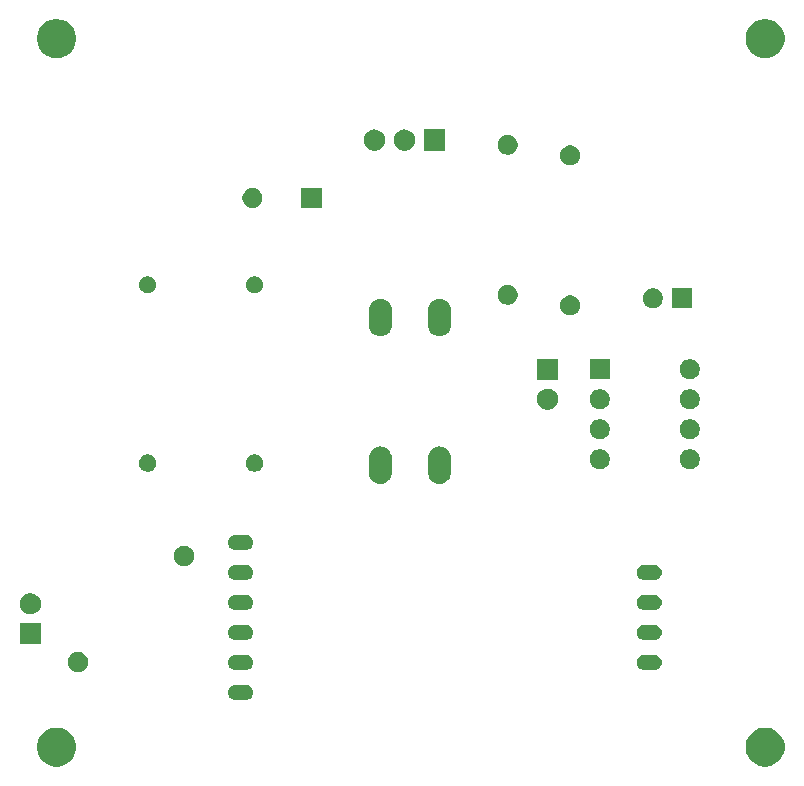
<source format=gbr>
G04 #@! TF.GenerationSoftware,KiCad,Pcbnew,(5.1.5)-3*
G04 #@! TF.CreationDate,2020-05-09T23:00:35+03:00*
G04 #@! TF.ProjectId,iceCube,69636543-7562-4652-9e6b-696361645f70,rev?*
G04 #@! TF.SameCoordinates,Original*
G04 #@! TF.FileFunction,Soldermask,Bot*
G04 #@! TF.FilePolarity,Negative*
%FSLAX46Y46*%
G04 Gerber Fmt 4.6, Leading zero omitted, Abs format (unit mm)*
G04 Created by KiCad (PCBNEW (5.1.5)-3) date 2020-05-09 23:00:35*
%MOMM*%
%LPD*%
G04 APERTURE LIST*
%ADD10C,0.100000*%
G04 APERTURE END LIST*
D10*
G36*
X165375256Y-163391298D02*
G01*
X165481579Y-163412447D01*
X165782042Y-163536903D01*
X166052451Y-163717585D01*
X166282415Y-163947549D01*
X166463097Y-164217958D01*
X166587553Y-164518421D01*
X166651000Y-164837391D01*
X166651000Y-165162609D01*
X166587553Y-165481579D01*
X166463097Y-165782042D01*
X166282415Y-166052451D01*
X166052451Y-166282415D01*
X165782042Y-166463097D01*
X165481579Y-166587553D01*
X165375256Y-166608702D01*
X165162611Y-166651000D01*
X164837389Y-166651000D01*
X164624744Y-166608702D01*
X164518421Y-166587553D01*
X164217958Y-166463097D01*
X163947549Y-166282415D01*
X163717585Y-166052451D01*
X163536903Y-165782042D01*
X163412447Y-165481579D01*
X163349000Y-165162609D01*
X163349000Y-164837391D01*
X163412447Y-164518421D01*
X163536903Y-164217958D01*
X163717585Y-163947549D01*
X163947549Y-163717585D01*
X164217958Y-163536903D01*
X164518421Y-163412447D01*
X164624744Y-163391298D01*
X164837389Y-163349000D01*
X165162611Y-163349000D01*
X165375256Y-163391298D01*
G37*
G36*
X105375256Y-163391298D02*
G01*
X105481579Y-163412447D01*
X105782042Y-163536903D01*
X106052451Y-163717585D01*
X106282415Y-163947549D01*
X106463097Y-164217958D01*
X106587553Y-164518421D01*
X106651000Y-164837391D01*
X106651000Y-165162609D01*
X106587553Y-165481579D01*
X106463097Y-165782042D01*
X106282415Y-166052451D01*
X106052451Y-166282415D01*
X105782042Y-166463097D01*
X105481579Y-166587553D01*
X105375256Y-166608702D01*
X105162611Y-166651000D01*
X104837389Y-166651000D01*
X104624744Y-166608702D01*
X104518421Y-166587553D01*
X104217958Y-166463097D01*
X103947549Y-166282415D01*
X103717585Y-166052451D01*
X103536903Y-165782042D01*
X103412447Y-165481579D01*
X103349000Y-165162609D01*
X103349000Y-164837391D01*
X103412447Y-164518421D01*
X103536903Y-164217958D01*
X103717585Y-163947549D01*
X103947549Y-163717585D01*
X104217958Y-163536903D01*
X104518421Y-163412447D01*
X104624744Y-163391298D01*
X104837389Y-163349000D01*
X105162611Y-163349000D01*
X105375256Y-163391298D01*
G37*
G36*
X121063855Y-159702140D02*
G01*
X121127618Y-159708420D01*
X121218404Y-159735960D01*
X121250336Y-159745646D01*
X121363425Y-159806094D01*
X121462554Y-159887446D01*
X121543906Y-159986575D01*
X121604354Y-160099664D01*
X121604355Y-160099668D01*
X121641580Y-160222382D01*
X121654149Y-160350000D01*
X121641580Y-160477618D01*
X121614040Y-160568404D01*
X121604354Y-160600336D01*
X121543906Y-160713425D01*
X121462554Y-160812554D01*
X121363425Y-160893906D01*
X121250336Y-160954354D01*
X121218404Y-160964040D01*
X121127618Y-160991580D01*
X121063855Y-160997860D01*
X121031974Y-161001000D01*
X120168026Y-161001000D01*
X120136145Y-160997860D01*
X120072382Y-160991580D01*
X119981596Y-160964040D01*
X119949664Y-160954354D01*
X119836575Y-160893906D01*
X119737446Y-160812554D01*
X119656094Y-160713425D01*
X119595646Y-160600336D01*
X119585960Y-160568404D01*
X119558420Y-160477618D01*
X119545851Y-160350000D01*
X119558420Y-160222382D01*
X119595645Y-160099668D01*
X119595646Y-160099664D01*
X119656094Y-159986575D01*
X119737446Y-159887446D01*
X119836575Y-159806094D01*
X119949664Y-159745646D01*
X119981596Y-159735960D01*
X120072382Y-159708420D01*
X120136145Y-159702140D01*
X120168026Y-159699000D01*
X121031974Y-159699000D01*
X121063855Y-159702140D01*
G37*
G36*
X107067972Y-156961959D02*
G01*
X107222844Y-157026109D01*
X107362225Y-157119241D01*
X107480759Y-157237775D01*
X107573891Y-157377156D01*
X107638041Y-157532028D01*
X107670744Y-157696440D01*
X107670744Y-157864072D01*
X107638041Y-158028484D01*
X107573891Y-158183356D01*
X107480759Y-158322737D01*
X107362225Y-158441271D01*
X107222844Y-158534403D01*
X107067972Y-158598553D01*
X106903560Y-158631256D01*
X106735928Y-158631256D01*
X106571516Y-158598553D01*
X106416644Y-158534403D01*
X106277263Y-158441271D01*
X106158729Y-158322737D01*
X106065597Y-158183356D01*
X106001447Y-158028484D01*
X105968744Y-157864072D01*
X105968744Y-157696440D01*
X106001447Y-157532028D01*
X106065597Y-157377156D01*
X106158729Y-157237775D01*
X106277263Y-157119241D01*
X106416644Y-157026109D01*
X106571516Y-156961959D01*
X106735928Y-156929256D01*
X106903560Y-156929256D01*
X107067972Y-156961959D01*
G37*
G36*
X121063855Y-157162140D02*
G01*
X121127618Y-157168420D01*
X121218404Y-157195960D01*
X121250336Y-157205646D01*
X121363425Y-157266094D01*
X121462554Y-157347446D01*
X121543906Y-157446575D01*
X121604354Y-157559664D01*
X121604355Y-157559668D01*
X121641580Y-157682382D01*
X121654149Y-157810000D01*
X121641580Y-157937618D01*
X121614040Y-158028404D01*
X121604354Y-158060336D01*
X121543906Y-158173425D01*
X121462554Y-158272554D01*
X121363425Y-158353906D01*
X121250336Y-158414354D01*
X121218404Y-158424040D01*
X121127618Y-158451580D01*
X121063855Y-158457860D01*
X121031974Y-158461000D01*
X120168026Y-158461000D01*
X120136145Y-158457860D01*
X120072382Y-158451580D01*
X119981596Y-158424040D01*
X119949664Y-158414354D01*
X119836575Y-158353906D01*
X119737446Y-158272554D01*
X119656094Y-158173425D01*
X119595646Y-158060336D01*
X119585960Y-158028404D01*
X119558420Y-157937618D01*
X119545851Y-157810000D01*
X119558420Y-157682382D01*
X119595645Y-157559668D01*
X119595646Y-157559664D01*
X119656094Y-157446575D01*
X119737446Y-157347446D01*
X119836575Y-157266094D01*
X119949664Y-157205646D01*
X119981596Y-157195960D01*
X120072382Y-157168420D01*
X120136145Y-157162140D01*
X120168026Y-157159000D01*
X121031974Y-157159000D01*
X121063855Y-157162140D01*
G37*
G36*
X155663855Y-157162140D02*
G01*
X155727618Y-157168420D01*
X155818404Y-157195960D01*
X155850336Y-157205646D01*
X155963425Y-157266094D01*
X156062554Y-157347446D01*
X156143906Y-157446575D01*
X156204354Y-157559664D01*
X156204355Y-157559668D01*
X156241580Y-157682382D01*
X156254149Y-157810000D01*
X156241580Y-157937618D01*
X156214040Y-158028404D01*
X156204354Y-158060336D01*
X156143906Y-158173425D01*
X156062554Y-158272554D01*
X155963425Y-158353906D01*
X155850336Y-158414354D01*
X155818404Y-158424040D01*
X155727618Y-158451580D01*
X155663855Y-158457860D01*
X155631974Y-158461000D01*
X154768026Y-158461000D01*
X154736145Y-158457860D01*
X154672382Y-158451580D01*
X154581596Y-158424040D01*
X154549664Y-158414354D01*
X154436575Y-158353906D01*
X154337446Y-158272554D01*
X154256094Y-158173425D01*
X154195646Y-158060336D01*
X154185960Y-158028404D01*
X154158420Y-157937618D01*
X154145851Y-157810000D01*
X154158420Y-157682382D01*
X154195645Y-157559668D01*
X154195646Y-157559664D01*
X154256094Y-157446575D01*
X154337446Y-157347446D01*
X154436575Y-157266094D01*
X154549664Y-157205646D01*
X154581596Y-157195960D01*
X154672382Y-157168420D01*
X154736145Y-157162140D01*
X154768026Y-157159000D01*
X155631974Y-157159000D01*
X155663855Y-157162140D01*
G37*
G36*
X103701000Y-156301000D02*
G01*
X101899000Y-156301000D01*
X101899000Y-154499000D01*
X103701000Y-154499000D01*
X103701000Y-156301000D01*
G37*
G36*
X155663855Y-154622140D02*
G01*
X155727618Y-154628420D01*
X155818404Y-154655960D01*
X155850336Y-154665646D01*
X155963425Y-154726094D01*
X156062554Y-154807446D01*
X156143906Y-154906575D01*
X156204354Y-155019664D01*
X156204355Y-155019668D01*
X156241580Y-155142382D01*
X156254149Y-155270000D01*
X156241580Y-155397618D01*
X156214040Y-155488404D01*
X156204354Y-155520336D01*
X156143906Y-155633425D01*
X156062554Y-155732554D01*
X155963425Y-155813906D01*
X155850336Y-155874354D01*
X155818404Y-155884040D01*
X155727618Y-155911580D01*
X155663855Y-155917860D01*
X155631974Y-155921000D01*
X154768026Y-155921000D01*
X154736145Y-155917860D01*
X154672382Y-155911580D01*
X154581596Y-155884040D01*
X154549664Y-155874354D01*
X154436575Y-155813906D01*
X154337446Y-155732554D01*
X154256094Y-155633425D01*
X154195646Y-155520336D01*
X154185960Y-155488404D01*
X154158420Y-155397618D01*
X154145851Y-155270000D01*
X154158420Y-155142382D01*
X154195645Y-155019668D01*
X154195646Y-155019664D01*
X154256094Y-154906575D01*
X154337446Y-154807446D01*
X154436575Y-154726094D01*
X154549664Y-154665646D01*
X154581596Y-154655960D01*
X154672382Y-154628420D01*
X154736145Y-154622140D01*
X154768026Y-154619000D01*
X155631974Y-154619000D01*
X155663855Y-154622140D01*
G37*
G36*
X121063855Y-154622140D02*
G01*
X121127618Y-154628420D01*
X121218404Y-154655960D01*
X121250336Y-154665646D01*
X121363425Y-154726094D01*
X121462554Y-154807446D01*
X121543906Y-154906575D01*
X121604354Y-155019664D01*
X121604355Y-155019668D01*
X121641580Y-155142382D01*
X121654149Y-155270000D01*
X121641580Y-155397618D01*
X121614040Y-155488404D01*
X121604354Y-155520336D01*
X121543906Y-155633425D01*
X121462554Y-155732554D01*
X121363425Y-155813906D01*
X121250336Y-155874354D01*
X121218404Y-155884040D01*
X121127618Y-155911580D01*
X121063855Y-155917860D01*
X121031974Y-155921000D01*
X120168026Y-155921000D01*
X120136145Y-155917860D01*
X120072382Y-155911580D01*
X119981596Y-155884040D01*
X119949664Y-155874354D01*
X119836575Y-155813906D01*
X119737446Y-155732554D01*
X119656094Y-155633425D01*
X119595646Y-155520336D01*
X119585960Y-155488404D01*
X119558420Y-155397618D01*
X119545851Y-155270000D01*
X119558420Y-155142382D01*
X119595645Y-155019668D01*
X119595646Y-155019664D01*
X119656094Y-154906575D01*
X119737446Y-154807446D01*
X119836575Y-154726094D01*
X119949664Y-154665646D01*
X119981596Y-154655960D01*
X120072382Y-154628420D01*
X120136145Y-154622140D01*
X120168026Y-154619000D01*
X121031974Y-154619000D01*
X121063855Y-154622140D01*
G37*
G36*
X102913512Y-151963927D02*
G01*
X103062812Y-151993624D01*
X103226784Y-152061544D01*
X103374354Y-152160147D01*
X103499853Y-152285646D01*
X103598456Y-152433216D01*
X103666376Y-152597188D01*
X103701000Y-152771259D01*
X103701000Y-152948741D01*
X103666376Y-153122812D01*
X103598456Y-153286784D01*
X103499853Y-153434354D01*
X103374354Y-153559853D01*
X103226784Y-153658456D01*
X103062812Y-153726376D01*
X102913512Y-153756073D01*
X102888742Y-153761000D01*
X102711258Y-153761000D01*
X102686488Y-153756073D01*
X102537188Y-153726376D01*
X102373216Y-153658456D01*
X102225646Y-153559853D01*
X102100147Y-153434354D01*
X102001544Y-153286784D01*
X101933624Y-153122812D01*
X101899000Y-152948741D01*
X101899000Y-152771259D01*
X101933624Y-152597188D01*
X102001544Y-152433216D01*
X102100147Y-152285646D01*
X102225646Y-152160147D01*
X102373216Y-152061544D01*
X102537188Y-151993624D01*
X102686488Y-151963927D01*
X102711258Y-151959000D01*
X102888742Y-151959000D01*
X102913512Y-151963927D01*
G37*
G36*
X155663855Y-152082140D02*
G01*
X155727618Y-152088420D01*
X155818404Y-152115960D01*
X155850336Y-152125646D01*
X155963425Y-152186094D01*
X156062554Y-152267446D01*
X156143906Y-152366575D01*
X156204354Y-152479664D01*
X156204355Y-152479668D01*
X156241580Y-152602382D01*
X156254149Y-152730000D01*
X156241580Y-152857618D01*
X156214040Y-152948404D01*
X156204354Y-152980336D01*
X156143906Y-153093425D01*
X156062554Y-153192554D01*
X155963425Y-153273906D01*
X155850336Y-153334354D01*
X155818404Y-153344040D01*
X155727618Y-153371580D01*
X155663855Y-153377860D01*
X155631974Y-153381000D01*
X154768026Y-153381000D01*
X154736145Y-153377860D01*
X154672382Y-153371580D01*
X154581596Y-153344040D01*
X154549664Y-153334354D01*
X154436575Y-153273906D01*
X154337446Y-153192554D01*
X154256094Y-153093425D01*
X154195646Y-152980336D01*
X154185960Y-152948404D01*
X154158420Y-152857618D01*
X154145851Y-152730000D01*
X154158420Y-152602382D01*
X154195645Y-152479668D01*
X154195646Y-152479664D01*
X154256094Y-152366575D01*
X154337446Y-152267446D01*
X154436575Y-152186094D01*
X154549664Y-152125646D01*
X154581596Y-152115960D01*
X154672382Y-152088420D01*
X154736145Y-152082140D01*
X154768026Y-152079000D01*
X155631974Y-152079000D01*
X155663855Y-152082140D01*
G37*
G36*
X121063855Y-152082140D02*
G01*
X121127618Y-152088420D01*
X121218404Y-152115960D01*
X121250336Y-152125646D01*
X121363425Y-152186094D01*
X121462554Y-152267446D01*
X121543906Y-152366575D01*
X121604354Y-152479664D01*
X121604355Y-152479668D01*
X121641580Y-152602382D01*
X121654149Y-152730000D01*
X121641580Y-152857618D01*
X121614040Y-152948404D01*
X121604354Y-152980336D01*
X121543906Y-153093425D01*
X121462554Y-153192554D01*
X121363425Y-153273906D01*
X121250336Y-153334354D01*
X121218404Y-153344040D01*
X121127618Y-153371580D01*
X121063855Y-153377860D01*
X121031974Y-153381000D01*
X120168026Y-153381000D01*
X120136145Y-153377860D01*
X120072382Y-153371580D01*
X119981596Y-153344040D01*
X119949664Y-153334354D01*
X119836575Y-153273906D01*
X119737446Y-153192554D01*
X119656094Y-153093425D01*
X119595646Y-152980336D01*
X119585960Y-152948404D01*
X119558420Y-152857618D01*
X119545851Y-152730000D01*
X119558420Y-152602382D01*
X119595645Y-152479668D01*
X119595646Y-152479664D01*
X119656094Y-152366575D01*
X119737446Y-152267446D01*
X119836575Y-152186094D01*
X119949664Y-152125646D01*
X119981596Y-152115960D01*
X120072382Y-152088420D01*
X120136145Y-152082140D01*
X120168026Y-152079000D01*
X121031974Y-152079000D01*
X121063855Y-152082140D01*
G37*
G36*
X155663855Y-149542140D02*
G01*
X155727618Y-149548420D01*
X155818404Y-149575960D01*
X155850336Y-149585646D01*
X155963425Y-149646094D01*
X156062554Y-149727446D01*
X156143906Y-149826575D01*
X156204354Y-149939664D01*
X156204355Y-149939668D01*
X156241580Y-150062382D01*
X156254149Y-150190000D01*
X156241580Y-150317618D01*
X156214040Y-150408404D01*
X156204354Y-150440336D01*
X156143906Y-150553425D01*
X156062554Y-150652554D01*
X155963425Y-150733906D01*
X155850336Y-150794354D01*
X155818404Y-150804040D01*
X155727618Y-150831580D01*
X155663855Y-150837860D01*
X155631974Y-150841000D01*
X154768026Y-150841000D01*
X154736145Y-150837860D01*
X154672382Y-150831580D01*
X154581596Y-150804040D01*
X154549664Y-150794354D01*
X154436575Y-150733906D01*
X154337446Y-150652554D01*
X154256094Y-150553425D01*
X154195646Y-150440336D01*
X154185960Y-150408404D01*
X154158420Y-150317618D01*
X154145851Y-150190000D01*
X154158420Y-150062382D01*
X154195645Y-149939668D01*
X154195646Y-149939664D01*
X154256094Y-149826575D01*
X154337446Y-149727446D01*
X154436575Y-149646094D01*
X154549664Y-149585646D01*
X154581596Y-149575960D01*
X154672382Y-149548420D01*
X154736145Y-149542140D01*
X154768026Y-149539000D01*
X155631974Y-149539000D01*
X155663855Y-149542140D01*
G37*
G36*
X121063855Y-149542140D02*
G01*
X121127618Y-149548420D01*
X121218404Y-149575960D01*
X121250336Y-149585646D01*
X121363425Y-149646094D01*
X121462554Y-149727446D01*
X121543906Y-149826575D01*
X121604354Y-149939664D01*
X121604355Y-149939668D01*
X121641580Y-150062382D01*
X121654149Y-150190000D01*
X121641580Y-150317618D01*
X121614040Y-150408404D01*
X121604354Y-150440336D01*
X121543906Y-150553425D01*
X121462554Y-150652554D01*
X121363425Y-150733906D01*
X121250336Y-150794354D01*
X121218404Y-150804040D01*
X121127618Y-150831580D01*
X121063855Y-150837860D01*
X121031974Y-150841000D01*
X120168026Y-150841000D01*
X120136145Y-150837860D01*
X120072382Y-150831580D01*
X119981596Y-150804040D01*
X119949664Y-150794354D01*
X119836575Y-150733906D01*
X119737446Y-150652554D01*
X119656094Y-150553425D01*
X119595646Y-150440336D01*
X119585960Y-150408404D01*
X119558420Y-150317618D01*
X119545851Y-150190000D01*
X119558420Y-150062382D01*
X119595645Y-149939668D01*
X119595646Y-149939664D01*
X119656094Y-149826575D01*
X119737446Y-149727446D01*
X119836575Y-149646094D01*
X119949664Y-149585646D01*
X119981596Y-149575960D01*
X120072382Y-149548420D01*
X120136145Y-149542140D01*
X120168026Y-149539000D01*
X121031974Y-149539000D01*
X121063855Y-149542140D01*
G37*
G36*
X116048228Y-147981703D02*
G01*
X116203100Y-148045853D01*
X116342481Y-148138985D01*
X116461015Y-148257519D01*
X116554147Y-148396900D01*
X116618297Y-148551772D01*
X116651000Y-148716184D01*
X116651000Y-148883816D01*
X116618297Y-149048228D01*
X116554147Y-149203100D01*
X116461015Y-149342481D01*
X116342481Y-149461015D01*
X116203100Y-149554147D01*
X116048228Y-149618297D01*
X115883816Y-149651000D01*
X115716184Y-149651000D01*
X115551772Y-149618297D01*
X115396900Y-149554147D01*
X115257519Y-149461015D01*
X115138985Y-149342481D01*
X115045853Y-149203100D01*
X114981703Y-149048228D01*
X114949000Y-148883816D01*
X114949000Y-148716184D01*
X114981703Y-148551772D01*
X115045853Y-148396900D01*
X115138985Y-148257519D01*
X115257519Y-148138985D01*
X115396900Y-148045853D01*
X115551772Y-147981703D01*
X115716184Y-147949000D01*
X115883816Y-147949000D01*
X116048228Y-147981703D01*
G37*
G36*
X121063855Y-147002140D02*
G01*
X121127618Y-147008420D01*
X121218404Y-147035960D01*
X121250336Y-147045646D01*
X121363425Y-147106094D01*
X121462554Y-147187446D01*
X121543906Y-147286575D01*
X121604354Y-147399664D01*
X121604355Y-147399668D01*
X121641580Y-147522382D01*
X121654149Y-147650000D01*
X121641580Y-147777618D01*
X121614040Y-147868404D01*
X121604354Y-147900336D01*
X121543906Y-148013425D01*
X121462554Y-148112554D01*
X121363425Y-148193906D01*
X121250336Y-148254354D01*
X121218404Y-148264040D01*
X121127618Y-148291580D01*
X121063855Y-148297860D01*
X121031974Y-148301000D01*
X120168026Y-148301000D01*
X120136145Y-148297860D01*
X120072382Y-148291580D01*
X119981596Y-148264040D01*
X119949664Y-148254354D01*
X119836575Y-148193906D01*
X119737446Y-148112554D01*
X119656094Y-148013425D01*
X119595646Y-147900336D01*
X119585960Y-147868404D01*
X119558420Y-147777618D01*
X119545851Y-147650000D01*
X119558420Y-147522382D01*
X119595645Y-147399668D01*
X119595646Y-147399664D01*
X119656094Y-147286575D01*
X119737446Y-147187446D01*
X119836575Y-147106094D01*
X119949664Y-147045646D01*
X119981596Y-147035960D01*
X120072382Y-147008420D01*
X120136145Y-147002140D01*
X120168026Y-146999000D01*
X121031974Y-146999000D01*
X121063855Y-147002140D01*
G37*
G36*
X137621329Y-139559122D02*
G01*
X137805306Y-139614931D01*
X137805309Y-139614932D01*
X137895225Y-139662994D01*
X137974860Y-139705559D01*
X138021035Y-139743454D01*
X138123476Y-139827524D01*
X138207546Y-139929965D01*
X138245441Y-139976140D01*
X138288006Y-140055775D01*
X138336068Y-140145691D01*
X138336069Y-140145694D01*
X138391878Y-140329671D01*
X138406000Y-140473056D01*
X138406000Y-141766944D01*
X138391878Y-141910329D01*
X138336069Y-142094305D01*
X138336068Y-142094309D01*
X138288006Y-142184225D01*
X138245441Y-142263860D01*
X138207546Y-142310035D01*
X138123476Y-142412476D01*
X138021035Y-142496546D01*
X137974860Y-142534441D01*
X137920674Y-142563404D01*
X137805309Y-142625068D01*
X137757436Y-142639590D01*
X137621328Y-142680878D01*
X137430000Y-142699722D01*
X137238671Y-142680878D01*
X137054694Y-142625069D01*
X137054691Y-142625068D01*
X136964775Y-142577006D01*
X136885140Y-142534441D01*
X136838965Y-142496546D01*
X136736524Y-142412476D01*
X136652454Y-142310035D01*
X136614559Y-142263860D01*
X136585596Y-142209674D01*
X136523932Y-142094309D01*
X136509410Y-142046436D01*
X136468122Y-141910328D01*
X136454000Y-141766943D01*
X136454000Y-140473055D01*
X136468122Y-140329675D01*
X136476630Y-140301627D01*
X136523932Y-140145694D01*
X136614560Y-139976140D01*
X136652455Y-139929965D01*
X136736525Y-139827524D01*
X136838966Y-139743454D01*
X136885141Y-139705559D01*
X136964776Y-139662994D01*
X137054692Y-139614932D01*
X137054695Y-139614931D01*
X137238672Y-139559122D01*
X137430000Y-139540278D01*
X137621329Y-139559122D01*
G37*
G36*
X132621329Y-139559122D02*
G01*
X132805306Y-139614931D01*
X132805309Y-139614932D01*
X132895225Y-139662994D01*
X132974860Y-139705559D01*
X133021035Y-139743454D01*
X133123476Y-139827524D01*
X133207546Y-139929965D01*
X133245441Y-139976140D01*
X133288006Y-140055775D01*
X133336068Y-140145691D01*
X133336069Y-140145694D01*
X133391878Y-140329671D01*
X133406000Y-140473056D01*
X133406000Y-141766944D01*
X133391878Y-141910329D01*
X133336069Y-142094305D01*
X133336068Y-142094309D01*
X133288006Y-142184225D01*
X133245441Y-142263860D01*
X133207546Y-142310035D01*
X133123476Y-142412476D01*
X133021035Y-142496546D01*
X132974860Y-142534441D01*
X132920674Y-142563404D01*
X132805309Y-142625068D01*
X132757436Y-142639590D01*
X132621328Y-142680878D01*
X132430000Y-142699722D01*
X132238671Y-142680878D01*
X132054694Y-142625069D01*
X132054691Y-142625068D01*
X131964775Y-142577006D01*
X131885140Y-142534441D01*
X131838965Y-142496546D01*
X131736524Y-142412476D01*
X131652454Y-142310035D01*
X131614559Y-142263860D01*
X131585596Y-142209674D01*
X131523932Y-142094309D01*
X131509410Y-142046436D01*
X131468122Y-141910328D01*
X131454000Y-141766943D01*
X131454000Y-140473055D01*
X131468122Y-140329675D01*
X131476630Y-140301627D01*
X131523932Y-140145694D01*
X131614560Y-139976140D01*
X131652455Y-139929965D01*
X131736525Y-139827524D01*
X131838966Y-139743454D01*
X131885141Y-139705559D01*
X131964776Y-139662994D01*
X132054692Y-139614932D01*
X132054695Y-139614931D01*
X132238672Y-139559122D01*
X132430000Y-139540278D01*
X132621329Y-139559122D01*
G37*
G36*
X121981766Y-140246899D02*
G01*
X122113888Y-140301626D01*
X122113890Y-140301627D01*
X122232798Y-140381079D01*
X122333921Y-140482202D01*
X122369991Y-140536185D01*
X122413374Y-140601112D01*
X122468101Y-140733234D01*
X122496000Y-140873494D01*
X122496000Y-141016506D01*
X122468101Y-141156766D01*
X122416635Y-141281015D01*
X122413373Y-141288890D01*
X122333921Y-141407798D01*
X122232798Y-141508921D01*
X122113890Y-141588373D01*
X122113889Y-141588374D01*
X122113888Y-141588374D01*
X121981766Y-141643101D01*
X121841506Y-141671000D01*
X121698494Y-141671000D01*
X121558234Y-141643101D01*
X121426112Y-141588374D01*
X121426111Y-141588374D01*
X121426110Y-141588373D01*
X121307202Y-141508921D01*
X121206079Y-141407798D01*
X121126627Y-141288890D01*
X121123365Y-141281015D01*
X121071899Y-141156766D01*
X121044000Y-141016506D01*
X121044000Y-140873494D01*
X121071899Y-140733234D01*
X121126626Y-140601112D01*
X121170009Y-140536185D01*
X121206079Y-140482202D01*
X121307202Y-140381079D01*
X121426110Y-140301627D01*
X121426112Y-140301626D01*
X121558234Y-140246899D01*
X121698494Y-140219000D01*
X121841506Y-140219000D01*
X121981766Y-140246899D01*
G37*
G36*
X112941766Y-140246899D02*
G01*
X113073888Y-140301626D01*
X113073890Y-140301627D01*
X113192798Y-140381079D01*
X113293921Y-140482202D01*
X113329991Y-140536185D01*
X113373374Y-140601112D01*
X113428101Y-140733234D01*
X113456000Y-140873494D01*
X113456000Y-141016506D01*
X113428101Y-141156766D01*
X113376635Y-141281015D01*
X113373373Y-141288890D01*
X113293921Y-141407798D01*
X113192798Y-141508921D01*
X113073890Y-141588373D01*
X113073889Y-141588374D01*
X113073888Y-141588374D01*
X112941766Y-141643101D01*
X112801506Y-141671000D01*
X112658494Y-141671000D01*
X112518234Y-141643101D01*
X112386112Y-141588374D01*
X112386111Y-141588374D01*
X112386110Y-141588373D01*
X112267202Y-141508921D01*
X112166079Y-141407798D01*
X112086627Y-141288890D01*
X112083365Y-141281015D01*
X112031899Y-141156766D01*
X112004000Y-141016506D01*
X112004000Y-140873494D01*
X112031899Y-140733234D01*
X112086626Y-140601112D01*
X112130009Y-140536185D01*
X112166079Y-140482202D01*
X112267202Y-140381079D01*
X112386110Y-140301627D01*
X112386112Y-140301626D01*
X112518234Y-140246899D01*
X112658494Y-140219000D01*
X112801506Y-140219000D01*
X112941766Y-140246899D01*
G37*
G36*
X158868228Y-139801703D02*
G01*
X159023100Y-139865853D01*
X159162481Y-139958985D01*
X159281015Y-140077519D01*
X159374147Y-140216900D01*
X159438297Y-140371772D01*
X159471000Y-140536184D01*
X159471000Y-140703816D01*
X159438297Y-140868228D01*
X159374147Y-141023100D01*
X159281015Y-141162481D01*
X159162481Y-141281015D01*
X159023100Y-141374147D01*
X158868228Y-141438297D01*
X158703816Y-141471000D01*
X158536184Y-141471000D01*
X158371772Y-141438297D01*
X158216900Y-141374147D01*
X158077519Y-141281015D01*
X157958985Y-141162481D01*
X157865853Y-141023100D01*
X157801703Y-140868228D01*
X157769000Y-140703816D01*
X157769000Y-140536184D01*
X157801703Y-140371772D01*
X157865853Y-140216900D01*
X157958985Y-140077519D01*
X158077519Y-139958985D01*
X158216900Y-139865853D01*
X158371772Y-139801703D01*
X158536184Y-139769000D01*
X158703816Y-139769000D01*
X158868228Y-139801703D01*
G37*
G36*
X151248228Y-139801703D02*
G01*
X151403100Y-139865853D01*
X151542481Y-139958985D01*
X151661015Y-140077519D01*
X151754147Y-140216900D01*
X151818297Y-140371772D01*
X151851000Y-140536184D01*
X151851000Y-140703816D01*
X151818297Y-140868228D01*
X151754147Y-141023100D01*
X151661015Y-141162481D01*
X151542481Y-141281015D01*
X151403100Y-141374147D01*
X151248228Y-141438297D01*
X151083816Y-141471000D01*
X150916184Y-141471000D01*
X150751772Y-141438297D01*
X150596900Y-141374147D01*
X150457519Y-141281015D01*
X150338985Y-141162481D01*
X150245853Y-141023100D01*
X150181703Y-140868228D01*
X150149000Y-140703816D01*
X150149000Y-140536184D01*
X150181703Y-140371772D01*
X150245853Y-140216900D01*
X150338985Y-140077519D01*
X150457519Y-139958985D01*
X150596900Y-139865853D01*
X150751772Y-139801703D01*
X150916184Y-139769000D01*
X151083816Y-139769000D01*
X151248228Y-139801703D01*
G37*
G36*
X151248228Y-137261703D02*
G01*
X151403100Y-137325853D01*
X151542481Y-137418985D01*
X151661015Y-137537519D01*
X151754147Y-137676900D01*
X151818297Y-137831772D01*
X151851000Y-137996184D01*
X151851000Y-138163816D01*
X151818297Y-138328228D01*
X151754147Y-138483100D01*
X151661015Y-138622481D01*
X151542481Y-138741015D01*
X151403100Y-138834147D01*
X151248228Y-138898297D01*
X151083816Y-138931000D01*
X150916184Y-138931000D01*
X150751772Y-138898297D01*
X150596900Y-138834147D01*
X150457519Y-138741015D01*
X150338985Y-138622481D01*
X150245853Y-138483100D01*
X150181703Y-138328228D01*
X150149000Y-138163816D01*
X150149000Y-137996184D01*
X150181703Y-137831772D01*
X150245853Y-137676900D01*
X150338985Y-137537519D01*
X150457519Y-137418985D01*
X150596900Y-137325853D01*
X150751772Y-137261703D01*
X150916184Y-137229000D01*
X151083816Y-137229000D01*
X151248228Y-137261703D01*
G37*
G36*
X158868228Y-137261703D02*
G01*
X159023100Y-137325853D01*
X159162481Y-137418985D01*
X159281015Y-137537519D01*
X159374147Y-137676900D01*
X159438297Y-137831772D01*
X159471000Y-137996184D01*
X159471000Y-138163816D01*
X159438297Y-138328228D01*
X159374147Y-138483100D01*
X159281015Y-138622481D01*
X159162481Y-138741015D01*
X159023100Y-138834147D01*
X158868228Y-138898297D01*
X158703816Y-138931000D01*
X158536184Y-138931000D01*
X158371772Y-138898297D01*
X158216900Y-138834147D01*
X158077519Y-138741015D01*
X157958985Y-138622481D01*
X157865853Y-138483100D01*
X157801703Y-138328228D01*
X157769000Y-138163816D01*
X157769000Y-137996184D01*
X157801703Y-137831772D01*
X157865853Y-137676900D01*
X157958985Y-137537519D01*
X158077519Y-137418985D01*
X158216900Y-137325853D01*
X158371772Y-137261703D01*
X158536184Y-137229000D01*
X158703816Y-137229000D01*
X158868228Y-137261703D01*
G37*
G36*
X146713512Y-134643927D02*
G01*
X146862812Y-134673624D01*
X147026784Y-134741544D01*
X147174354Y-134840147D01*
X147299853Y-134965646D01*
X147398456Y-135113216D01*
X147466376Y-135277188D01*
X147501000Y-135451259D01*
X147501000Y-135628741D01*
X147466376Y-135802812D01*
X147398456Y-135966784D01*
X147299853Y-136114354D01*
X147174354Y-136239853D01*
X147026784Y-136338456D01*
X146862812Y-136406376D01*
X146713512Y-136436073D01*
X146688742Y-136441000D01*
X146511258Y-136441000D01*
X146486488Y-136436073D01*
X146337188Y-136406376D01*
X146173216Y-136338456D01*
X146025646Y-136239853D01*
X145900147Y-136114354D01*
X145801544Y-135966784D01*
X145733624Y-135802812D01*
X145699000Y-135628741D01*
X145699000Y-135451259D01*
X145733624Y-135277188D01*
X145801544Y-135113216D01*
X145900147Y-134965646D01*
X146025646Y-134840147D01*
X146173216Y-134741544D01*
X146337188Y-134673624D01*
X146486488Y-134643927D01*
X146511258Y-134639000D01*
X146688742Y-134639000D01*
X146713512Y-134643927D01*
G37*
G36*
X151248228Y-134721703D02*
G01*
X151403100Y-134785853D01*
X151542481Y-134878985D01*
X151661015Y-134997519D01*
X151754147Y-135136900D01*
X151818297Y-135291772D01*
X151851000Y-135456184D01*
X151851000Y-135623816D01*
X151818297Y-135788228D01*
X151754147Y-135943100D01*
X151661015Y-136082481D01*
X151542481Y-136201015D01*
X151403100Y-136294147D01*
X151248228Y-136358297D01*
X151083816Y-136391000D01*
X150916184Y-136391000D01*
X150751772Y-136358297D01*
X150596900Y-136294147D01*
X150457519Y-136201015D01*
X150338985Y-136082481D01*
X150245853Y-135943100D01*
X150181703Y-135788228D01*
X150149000Y-135623816D01*
X150149000Y-135456184D01*
X150181703Y-135291772D01*
X150245853Y-135136900D01*
X150338985Y-134997519D01*
X150457519Y-134878985D01*
X150596900Y-134785853D01*
X150751772Y-134721703D01*
X150916184Y-134689000D01*
X151083816Y-134689000D01*
X151248228Y-134721703D01*
G37*
G36*
X158868228Y-134721703D02*
G01*
X159023100Y-134785853D01*
X159162481Y-134878985D01*
X159281015Y-134997519D01*
X159374147Y-135136900D01*
X159438297Y-135291772D01*
X159471000Y-135456184D01*
X159471000Y-135623816D01*
X159438297Y-135788228D01*
X159374147Y-135943100D01*
X159281015Y-136082481D01*
X159162481Y-136201015D01*
X159023100Y-136294147D01*
X158868228Y-136358297D01*
X158703816Y-136391000D01*
X158536184Y-136391000D01*
X158371772Y-136358297D01*
X158216900Y-136294147D01*
X158077519Y-136201015D01*
X157958985Y-136082481D01*
X157865853Y-135943100D01*
X157801703Y-135788228D01*
X157769000Y-135623816D01*
X157769000Y-135456184D01*
X157801703Y-135291772D01*
X157865853Y-135136900D01*
X157958985Y-134997519D01*
X158077519Y-134878985D01*
X158216900Y-134785853D01*
X158371772Y-134721703D01*
X158536184Y-134689000D01*
X158703816Y-134689000D01*
X158868228Y-134721703D01*
G37*
G36*
X147501000Y-133901000D02*
G01*
X145699000Y-133901000D01*
X145699000Y-132099000D01*
X147501000Y-132099000D01*
X147501000Y-133901000D01*
G37*
G36*
X158868228Y-132181703D02*
G01*
X159023100Y-132245853D01*
X159162481Y-132338985D01*
X159281015Y-132457519D01*
X159374147Y-132596900D01*
X159438297Y-132751772D01*
X159471000Y-132916184D01*
X159471000Y-133083816D01*
X159438297Y-133248228D01*
X159374147Y-133403100D01*
X159281015Y-133542481D01*
X159162481Y-133661015D01*
X159023100Y-133754147D01*
X158868228Y-133818297D01*
X158703816Y-133851000D01*
X158536184Y-133851000D01*
X158371772Y-133818297D01*
X158216900Y-133754147D01*
X158077519Y-133661015D01*
X157958985Y-133542481D01*
X157865853Y-133403100D01*
X157801703Y-133248228D01*
X157769000Y-133083816D01*
X157769000Y-132916184D01*
X157801703Y-132751772D01*
X157865853Y-132596900D01*
X157958985Y-132457519D01*
X158077519Y-132338985D01*
X158216900Y-132245853D01*
X158371772Y-132181703D01*
X158536184Y-132149000D01*
X158703816Y-132149000D01*
X158868228Y-132181703D01*
G37*
G36*
X151851000Y-133851000D02*
G01*
X150149000Y-133851000D01*
X150149000Y-132149000D01*
X151851000Y-132149000D01*
X151851000Y-133851000D01*
G37*
G36*
X132621329Y-127059122D02*
G01*
X132805306Y-127114931D01*
X132805309Y-127114932D01*
X132895225Y-127162994D01*
X132974860Y-127205559D01*
X133019848Y-127242480D01*
X133123476Y-127327524D01*
X133207546Y-127429965D01*
X133245441Y-127476140D01*
X133266845Y-127516184D01*
X133336068Y-127645691D01*
X133336069Y-127645694D01*
X133391878Y-127829671D01*
X133406000Y-127973056D01*
X133406000Y-129266944D01*
X133391878Y-129410329D01*
X133336069Y-129594305D01*
X133336068Y-129594309D01*
X133288006Y-129684225D01*
X133245441Y-129763860D01*
X133207546Y-129810035D01*
X133123476Y-129912476D01*
X133021035Y-129996546D01*
X132974860Y-130034441D01*
X132920674Y-130063404D01*
X132805309Y-130125068D01*
X132757436Y-130139590D01*
X132621328Y-130180878D01*
X132430000Y-130199722D01*
X132238671Y-130180878D01*
X132054694Y-130125069D01*
X132054691Y-130125068D01*
X131964775Y-130077006D01*
X131885140Y-130034441D01*
X131838965Y-129996546D01*
X131736524Y-129912476D01*
X131652454Y-129810035D01*
X131614559Y-129763860D01*
X131585596Y-129709674D01*
X131523932Y-129594309D01*
X131509410Y-129546436D01*
X131468122Y-129410328D01*
X131454000Y-129266943D01*
X131454000Y-127973055D01*
X131468122Y-127829675D01*
X131468123Y-127829671D01*
X131523932Y-127645694D01*
X131614560Y-127476140D01*
X131652455Y-127429965D01*
X131736525Y-127327524D01*
X131840153Y-127242480D01*
X131885141Y-127205559D01*
X131964776Y-127162994D01*
X132054692Y-127114932D01*
X132054695Y-127114931D01*
X132238672Y-127059122D01*
X132430000Y-127040278D01*
X132621329Y-127059122D01*
G37*
G36*
X137621329Y-127059122D02*
G01*
X137805306Y-127114931D01*
X137805309Y-127114932D01*
X137895225Y-127162994D01*
X137974860Y-127205559D01*
X138019848Y-127242480D01*
X138123476Y-127327524D01*
X138207546Y-127429965D01*
X138245441Y-127476140D01*
X138266845Y-127516184D01*
X138336068Y-127645691D01*
X138336069Y-127645694D01*
X138391878Y-127829671D01*
X138406000Y-127973056D01*
X138406000Y-129266944D01*
X138391878Y-129410329D01*
X138336069Y-129594305D01*
X138336068Y-129594309D01*
X138288006Y-129684225D01*
X138245441Y-129763860D01*
X138207546Y-129810035D01*
X138123476Y-129912476D01*
X138021035Y-129996546D01*
X137974860Y-130034441D01*
X137920674Y-130063404D01*
X137805309Y-130125068D01*
X137757436Y-130139590D01*
X137621328Y-130180878D01*
X137430000Y-130199722D01*
X137238671Y-130180878D01*
X137054694Y-130125069D01*
X137054691Y-130125068D01*
X136964775Y-130077006D01*
X136885140Y-130034441D01*
X136838965Y-129996546D01*
X136736524Y-129912476D01*
X136652454Y-129810035D01*
X136614559Y-129763860D01*
X136585596Y-129709674D01*
X136523932Y-129594309D01*
X136509410Y-129546436D01*
X136468122Y-129410328D01*
X136454000Y-129266943D01*
X136454000Y-127973055D01*
X136468122Y-127829675D01*
X136468123Y-127829671D01*
X136523932Y-127645694D01*
X136614560Y-127476140D01*
X136652455Y-127429965D01*
X136736525Y-127327524D01*
X136840153Y-127242480D01*
X136885141Y-127205559D01*
X136964776Y-127162994D01*
X137054692Y-127114932D01*
X137054695Y-127114931D01*
X137238672Y-127059122D01*
X137430000Y-127040278D01*
X137621329Y-127059122D01*
G37*
G36*
X148748228Y-126781703D02*
G01*
X148903100Y-126845853D01*
X149042481Y-126938985D01*
X149161015Y-127057519D01*
X149254147Y-127196900D01*
X149318297Y-127351772D01*
X149351000Y-127516184D01*
X149351000Y-127683816D01*
X149318297Y-127848228D01*
X149254147Y-128003100D01*
X149161015Y-128142481D01*
X149042481Y-128261015D01*
X148903100Y-128354147D01*
X148748228Y-128418297D01*
X148583816Y-128451000D01*
X148416184Y-128451000D01*
X148251772Y-128418297D01*
X148096900Y-128354147D01*
X147957519Y-128261015D01*
X147838985Y-128142481D01*
X147745853Y-128003100D01*
X147681703Y-127848228D01*
X147649000Y-127683816D01*
X147649000Y-127516184D01*
X147681703Y-127351772D01*
X147745853Y-127196900D01*
X147838985Y-127057519D01*
X147957519Y-126938985D01*
X148096900Y-126845853D01*
X148251772Y-126781703D01*
X148416184Y-126749000D01*
X148583816Y-126749000D01*
X148748228Y-126781703D01*
G37*
G36*
X158851000Y-127851000D02*
G01*
X157149000Y-127851000D01*
X157149000Y-126149000D01*
X158851000Y-126149000D01*
X158851000Y-127851000D01*
G37*
G36*
X155748228Y-126181703D02*
G01*
X155903100Y-126245853D01*
X156042481Y-126338985D01*
X156161015Y-126457519D01*
X156254147Y-126596900D01*
X156318297Y-126751772D01*
X156351000Y-126916184D01*
X156351000Y-127083816D01*
X156318297Y-127248228D01*
X156254147Y-127403100D01*
X156161015Y-127542481D01*
X156042481Y-127661015D01*
X155903100Y-127754147D01*
X155748228Y-127818297D01*
X155583816Y-127851000D01*
X155416184Y-127851000D01*
X155251772Y-127818297D01*
X155096900Y-127754147D01*
X154957519Y-127661015D01*
X154838985Y-127542481D01*
X154745853Y-127403100D01*
X154681703Y-127248228D01*
X154649000Y-127083816D01*
X154649000Y-126916184D01*
X154681703Y-126751772D01*
X154745853Y-126596900D01*
X154838985Y-126457519D01*
X154957519Y-126338985D01*
X155096900Y-126245853D01*
X155251772Y-126181703D01*
X155416184Y-126149000D01*
X155583816Y-126149000D01*
X155748228Y-126181703D01*
G37*
G36*
X143448228Y-125881703D02*
G01*
X143603100Y-125945853D01*
X143742481Y-126038985D01*
X143861015Y-126157519D01*
X143954147Y-126296900D01*
X144018297Y-126451772D01*
X144051000Y-126616184D01*
X144051000Y-126783816D01*
X144018297Y-126948228D01*
X143954147Y-127103100D01*
X143861015Y-127242481D01*
X143742481Y-127361015D01*
X143603100Y-127454147D01*
X143448228Y-127518297D01*
X143283816Y-127551000D01*
X143116184Y-127551000D01*
X142951772Y-127518297D01*
X142796900Y-127454147D01*
X142657519Y-127361015D01*
X142538985Y-127242481D01*
X142445853Y-127103100D01*
X142381703Y-126948228D01*
X142349000Y-126783816D01*
X142349000Y-126616184D01*
X142381703Y-126451772D01*
X142445853Y-126296900D01*
X142538985Y-126157519D01*
X142657519Y-126038985D01*
X142796900Y-125945853D01*
X142951772Y-125881703D01*
X143116184Y-125849000D01*
X143283816Y-125849000D01*
X143448228Y-125881703D01*
G37*
G36*
X121981766Y-125156899D02*
G01*
X122113888Y-125211626D01*
X122113890Y-125211627D01*
X122232798Y-125291079D01*
X122333921Y-125392202D01*
X122333922Y-125392204D01*
X122413374Y-125511112D01*
X122468101Y-125643234D01*
X122496000Y-125783494D01*
X122496000Y-125926506D01*
X122468101Y-126066766D01*
X122430509Y-126157520D01*
X122413373Y-126198890D01*
X122333921Y-126317798D01*
X122232798Y-126418921D01*
X122113890Y-126498373D01*
X122113889Y-126498374D01*
X122113888Y-126498374D01*
X121981766Y-126553101D01*
X121841506Y-126581000D01*
X121698494Y-126581000D01*
X121558234Y-126553101D01*
X121426112Y-126498374D01*
X121426111Y-126498374D01*
X121426110Y-126498373D01*
X121307202Y-126418921D01*
X121206079Y-126317798D01*
X121126627Y-126198890D01*
X121109491Y-126157520D01*
X121071899Y-126066766D01*
X121044000Y-125926506D01*
X121044000Y-125783494D01*
X121071899Y-125643234D01*
X121126626Y-125511112D01*
X121206078Y-125392204D01*
X121206079Y-125392202D01*
X121307202Y-125291079D01*
X121426110Y-125211627D01*
X121426112Y-125211626D01*
X121558234Y-125156899D01*
X121698494Y-125129000D01*
X121841506Y-125129000D01*
X121981766Y-125156899D01*
G37*
G36*
X112941766Y-125156899D02*
G01*
X113073888Y-125211626D01*
X113073890Y-125211627D01*
X113192798Y-125291079D01*
X113293921Y-125392202D01*
X113293922Y-125392204D01*
X113373374Y-125511112D01*
X113428101Y-125643234D01*
X113456000Y-125783494D01*
X113456000Y-125926506D01*
X113428101Y-126066766D01*
X113390509Y-126157520D01*
X113373373Y-126198890D01*
X113293921Y-126317798D01*
X113192798Y-126418921D01*
X113073890Y-126498373D01*
X113073889Y-126498374D01*
X113073888Y-126498374D01*
X112941766Y-126553101D01*
X112801506Y-126581000D01*
X112658494Y-126581000D01*
X112518234Y-126553101D01*
X112386112Y-126498374D01*
X112386111Y-126498374D01*
X112386110Y-126498373D01*
X112267202Y-126418921D01*
X112166079Y-126317798D01*
X112086627Y-126198890D01*
X112069491Y-126157520D01*
X112031899Y-126066766D01*
X112004000Y-125926506D01*
X112004000Y-125783494D01*
X112031899Y-125643234D01*
X112086626Y-125511112D01*
X112166078Y-125392204D01*
X112166079Y-125392202D01*
X112267202Y-125291079D01*
X112386110Y-125211627D01*
X112386112Y-125211626D01*
X112518234Y-125156899D01*
X112658494Y-125129000D01*
X112801506Y-125129000D01*
X112941766Y-125156899D01*
G37*
G36*
X121848228Y-117681703D02*
G01*
X122003100Y-117745853D01*
X122142481Y-117838985D01*
X122261015Y-117957519D01*
X122354147Y-118096900D01*
X122418297Y-118251772D01*
X122451000Y-118416184D01*
X122451000Y-118583816D01*
X122418297Y-118748228D01*
X122354147Y-118903100D01*
X122261015Y-119042481D01*
X122142481Y-119161015D01*
X122003100Y-119254147D01*
X121848228Y-119318297D01*
X121683816Y-119351000D01*
X121516184Y-119351000D01*
X121351772Y-119318297D01*
X121196900Y-119254147D01*
X121057519Y-119161015D01*
X120938985Y-119042481D01*
X120845853Y-118903100D01*
X120781703Y-118748228D01*
X120749000Y-118583816D01*
X120749000Y-118416184D01*
X120781703Y-118251772D01*
X120845853Y-118096900D01*
X120938985Y-117957519D01*
X121057519Y-117838985D01*
X121196900Y-117745853D01*
X121351772Y-117681703D01*
X121516184Y-117649000D01*
X121683816Y-117649000D01*
X121848228Y-117681703D01*
G37*
G36*
X127451000Y-119351000D02*
G01*
X125749000Y-119351000D01*
X125749000Y-117649000D01*
X127451000Y-117649000D01*
X127451000Y-119351000D01*
G37*
G36*
X148748228Y-114081703D02*
G01*
X148903100Y-114145853D01*
X149042481Y-114238985D01*
X149161015Y-114357519D01*
X149254147Y-114496900D01*
X149318297Y-114651772D01*
X149351000Y-114816184D01*
X149351000Y-114983816D01*
X149318297Y-115148228D01*
X149254147Y-115303100D01*
X149161015Y-115442481D01*
X149042481Y-115561015D01*
X148903100Y-115654147D01*
X148748228Y-115718297D01*
X148583816Y-115751000D01*
X148416184Y-115751000D01*
X148251772Y-115718297D01*
X148096900Y-115654147D01*
X147957519Y-115561015D01*
X147838985Y-115442481D01*
X147745853Y-115303100D01*
X147681703Y-115148228D01*
X147649000Y-114983816D01*
X147649000Y-114816184D01*
X147681703Y-114651772D01*
X147745853Y-114496900D01*
X147838985Y-114357519D01*
X147957519Y-114238985D01*
X148096900Y-114145853D01*
X148251772Y-114081703D01*
X148416184Y-114049000D01*
X148583816Y-114049000D01*
X148748228Y-114081703D01*
G37*
G36*
X143448228Y-113181703D02*
G01*
X143603100Y-113245853D01*
X143742481Y-113338985D01*
X143861015Y-113457519D01*
X143954147Y-113596900D01*
X144018297Y-113751772D01*
X144051000Y-113916184D01*
X144051000Y-114083816D01*
X144018297Y-114248228D01*
X143954147Y-114403100D01*
X143861015Y-114542481D01*
X143742481Y-114661015D01*
X143603100Y-114754147D01*
X143448228Y-114818297D01*
X143283816Y-114851000D01*
X143116184Y-114851000D01*
X142951772Y-114818297D01*
X142796900Y-114754147D01*
X142657519Y-114661015D01*
X142538985Y-114542481D01*
X142445853Y-114403100D01*
X142381703Y-114248228D01*
X142349000Y-114083816D01*
X142349000Y-113916184D01*
X142381703Y-113751772D01*
X142445853Y-113596900D01*
X142538985Y-113457519D01*
X142657519Y-113338985D01*
X142796900Y-113245853D01*
X142951772Y-113181703D01*
X143116184Y-113149000D01*
X143283816Y-113149000D01*
X143448228Y-113181703D01*
G37*
G36*
X137901000Y-114501000D02*
G01*
X136099000Y-114501000D01*
X136099000Y-112699000D01*
X137901000Y-112699000D01*
X137901000Y-114501000D01*
G37*
G36*
X132033512Y-112703927D02*
G01*
X132182812Y-112733624D01*
X132346784Y-112801544D01*
X132494354Y-112900147D01*
X132619853Y-113025646D01*
X132718456Y-113173216D01*
X132786376Y-113337188D01*
X132821000Y-113511259D01*
X132821000Y-113688741D01*
X132786376Y-113862812D01*
X132718456Y-114026784D01*
X132619853Y-114174354D01*
X132494354Y-114299853D01*
X132346784Y-114398456D01*
X132182812Y-114466376D01*
X132033512Y-114496073D01*
X132008742Y-114501000D01*
X131831258Y-114501000D01*
X131806488Y-114496073D01*
X131657188Y-114466376D01*
X131493216Y-114398456D01*
X131345646Y-114299853D01*
X131220147Y-114174354D01*
X131121544Y-114026784D01*
X131053624Y-113862812D01*
X131019000Y-113688741D01*
X131019000Y-113511259D01*
X131053624Y-113337188D01*
X131121544Y-113173216D01*
X131220147Y-113025646D01*
X131345646Y-112900147D01*
X131493216Y-112801544D01*
X131657188Y-112733624D01*
X131806488Y-112703927D01*
X131831258Y-112699000D01*
X132008742Y-112699000D01*
X132033512Y-112703927D01*
G37*
G36*
X134573512Y-112703927D02*
G01*
X134722812Y-112733624D01*
X134886784Y-112801544D01*
X135034354Y-112900147D01*
X135159853Y-113025646D01*
X135258456Y-113173216D01*
X135326376Y-113337188D01*
X135361000Y-113511259D01*
X135361000Y-113688741D01*
X135326376Y-113862812D01*
X135258456Y-114026784D01*
X135159853Y-114174354D01*
X135034354Y-114299853D01*
X134886784Y-114398456D01*
X134722812Y-114466376D01*
X134573512Y-114496073D01*
X134548742Y-114501000D01*
X134371258Y-114501000D01*
X134346488Y-114496073D01*
X134197188Y-114466376D01*
X134033216Y-114398456D01*
X133885646Y-114299853D01*
X133760147Y-114174354D01*
X133661544Y-114026784D01*
X133593624Y-113862812D01*
X133559000Y-113688741D01*
X133559000Y-113511259D01*
X133593624Y-113337188D01*
X133661544Y-113173216D01*
X133760147Y-113025646D01*
X133885646Y-112900147D01*
X134033216Y-112801544D01*
X134197188Y-112733624D01*
X134346488Y-112703927D01*
X134371258Y-112699000D01*
X134548742Y-112699000D01*
X134573512Y-112703927D01*
G37*
G36*
X165375256Y-103391298D02*
G01*
X165481579Y-103412447D01*
X165782042Y-103536903D01*
X166052451Y-103717585D01*
X166282415Y-103947549D01*
X166463097Y-104217958D01*
X166587553Y-104518421D01*
X166651000Y-104837391D01*
X166651000Y-105162609D01*
X166587553Y-105481579D01*
X166463097Y-105782042D01*
X166282415Y-106052451D01*
X166052451Y-106282415D01*
X165782042Y-106463097D01*
X165481579Y-106587553D01*
X165375256Y-106608702D01*
X165162611Y-106651000D01*
X164837389Y-106651000D01*
X164624744Y-106608702D01*
X164518421Y-106587553D01*
X164217958Y-106463097D01*
X163947549Y-106282415D01*
X163717585Y-106052451D01*
X163536903Y-105782042D01*
X163412447Y-105481579D01*
X163349000Y-105162609D01*
X163349000Y-104837391D01*
X163412447Y-104518421D01*
X163536903Y-104217958D01*
X163717585Y-103947549D01*
X163947549Y-103717585D01*
X164217958Y-103536903D01*
X164518421Y-103412447D01*
X164624744Y-103391298D01*
X164837389Y-103349000D01*
X165162611Y-103349000D01*
X165375256Y-103391298D01*
G37*
G36*
X105375256Y-103391298D02*
G01*
X105481579Y-103412447D01*
X105782042Y-103536903D01*
X106052451Y-103717585D01*
X106282415Y-103947549D01*
X106463097Y-104217958D01*
X106587553Y-104518421D01*
X106651000Y-104837391D01*
X106651000Y-105162609D01*
X106587553Y-105481579D01*
X106463097Y-105782042D01*
X106282415Y-106052451D01*
X106052451Y-106282415D01*
X105782042Y-106463097D01*
X105481579Y-106587553D01*
X105375256Y-106608702D01*
X105162611Y-106651000D01*
X104837389Y-106651000D01*
X104624744Y-106608702D01*
X104518421Y-106587553D01*
X104217958Y-106463097D01*
X103947549Y-106282415D01*
X103717585Y-106052451D01*
X103536903Y-105782042D01*
X103412447Y-105481579D01*
X103349000Y-105162609D01*
X103349000Y-104837391D01*
X103412447Y-104518421D01*
X103536903Y-104217958D01*
X103717585Y-103947549D01*
X103947549Y-103717585D01*
X104217958Y-103536903D01*
X104518421Y-103412447D01*
X104624744Y-103391298D01*
X104837389Y-103349000D01*
X105162611Y-103349000D01*
X105375256Y-103391298D01*
G37*
M02*

</source>
